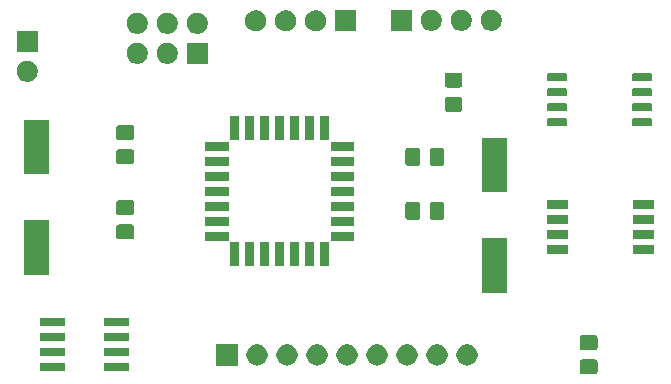
<source format=gts>
G04 #@! TF.GenerationSoftware,KiCad,Pcbnew,(5.1.5)-3*
G04 #@! TF.CreationDate,2020-12-01T08:46:11+03:00*
G04 #@! TF.ProjectId,project3_4layer,70726f6a-6563-4743-935f-346c61796572,1*
G04 #@! TF.SameCoordinates,Original*
G04 #@! TF.FileFunction,Soldermask,Top*
G04 #@! TF.FilePolarity,Negative*
%FSLAX46Y46*%
G04 Gerber Fmt 4.6, Leading zero omitted, Abs format (unit mm)*
G04 Created by KiCad (PCBNEW (5.1.5)-3) date 2020-12-01 08:46:11*
%MOMM*%
%LPD*%
G04 APERTURE LIST*
%ADD10C,0.100000*%
G04 APERTURE END LIST*
D10*
G36*
X145114674Y-152676465D02*
G01*
X145152367Y-152687899D01*
X145187103Y-152706466D01*
X145217548Y-152731452D01*
X145242534Y-152761897D01*
X145261101Y-152796633D01*
X145272535Y-152834326D01*
X145277000Y-152879661D01*
X145277000Y-153716339D01*
X145272535Y-153761674D01*
X145261101Y-153799367D01*
X145242534Y-153834103D01*
X145217548Y-153864548D01*
X145187103Y-153889534D01*
X145152367Y-153908101D01*
X145114674Y-153919535D01*
X145069339Y-153924000D01*
X143982661Y-153924000D01*
X143937326Y-153919535D01*
X143899633Y-153908101D01*
X143864897Y-153889534D01*
X143834452Y-153864548D01*
X143809466Y-153834103D01*
X143790899Y-153799367D01*
X143779465Y-153761674D01*
X143775000Y-153716339D01*
X143775000Y-152879661D01*
X143779465Y-152834326D01*
X143790899Y-152796633D01*
X143809466Y-152761897D01*
X143834452Y-152731452D01*
X143864897Y-152706466D01*
X143899633Y-152687899D01*
X143937326Y-152676465D01*
X143982661Y-152672000D01*
X145069339Y-152672000D01*
X145114674Y-152676465D01*
G37*
G36*
X105630000Y-153640000D02*
G01*
X103528000Y-153640000D01*
X103528000Y-152938000D01*
X105630000Y-152938000D01*
X105630000Y-153640000D01*
G37*
G36*
X100180000Y-153640000D02*
G01*
X98078000Y-153640000D01*
X98078000Y-152938000D01*
X100180000Y-152938000D01*
X100180000Y-153640000D01*
G37*
G36*
X126723512Y-151387927D02*
G01*
X126872812Y-151417624D01*
X127036784Y-151485544D01*
X127184354Y-151584147D01*
X127309853Y-151709646D01*
X127408456Y-151857216D01*
X127476376Y-152021188D01*
X127511000Y-152195259D01*
X127511000Y-152372741D01*
X127476376Y-152546812D01*
X127408456Y-152710784D01*
X127309853Y-152858354D01*
X127184354Y-152983853D01*
X127036784Y-153082456D01*
X126872812Y-153150376D01*
X126723512Y-153180073D01*
X126698742Y-153185000D01*
X126521258Y-153185000D01*
X126496488Y-153180073D01*
X126347188Y-153150376D01*
X126183216Y-153082456D01*
X126035646Y-152983853D01*
X125910147Y-152858354D01*
X125811544Y-152710784D01*
X125743624Y-152546812D01*
X125709000Y-152372741D01*
X125709000Y-152195259D01*
X125743624Y-152021188D01*
X125811544Y-151857216D01*
X125910147Y-151709646D01*
X126035646Y-151584147D01*
X126183216Y-151485544D01*
X126347188Y-151417624D01*
X126496488Y-151387927D01*
X126521258Y-151383000D01*
X126698742Y-151383000D01*
X126723512Y-151387927D01*
G37*
G36*
X114811000Y-153185000D02*
G01*
X113009000Y-153185000D01*
X113009000Y-151383000D01*
X114811000Y-151383000D01*
X114811000Y-153185000D01*
G37*
G36*
X116563512Y-151387927D02*
G01*
X116712812Y-151417624D01*
X116876784Y-151485544D01*
X117024354Y-151584147D01*
X117149853Y-151709646D01*
X117248456Y-151857216D01*
X117316376Y-152021188D01*
X117351000Y-152195259D01*
X117351000Y-152372741D01*
X117316376Y-152546812D01*
X117248456Y-152710784D01*
X117149853Y-152858354D01*
X117024354Y-152983853D01*
X116876784Y-153082456D01*
X116712812Y-153150376D01*
X116563512Y-153180073D01*
X116538742Y-153185000D01*
X116361258Y-153185000D01*
X116336488Y-153180073D01*
X116187188Y-153150376D01*
X116023216Y-153082456D01*
X115875646Y-152983853D01*
X115750147Y-152858354D01*
X115651544Y-152710784D01*
X115583624Y-152546812D01*
X115549000Y-152372741D01*
X115549000Y-152195259D01*
X115583624Y-152021188D01*
X115651544Y-151857216D01*
X115750147Y-151709646D01*
X115875646Y-151584147D01*
X116023216Y-151485544D01*
X116187188Y-151417624D01*
X116336488Y-151387927D01*
X116361258Y-151383000D01*
X116538742Y-151383000D01*
X116563512Y-151387927D01*
G37*
G36*
X119103512Y-151387927D02*
G01*
X119252812Y-151417624D01*
X119416784Y-151485544D01*
X119564354Y-151584147D01*
X119689853Y-151709646D01*
X119788456Y-151857216D01*
X119856376Y-152021188D01*
X119891000Y-152195259D01*
X119891000Y-152372741D01*
X119856376Y-152546812D01*
X119788456Y-152710784D01*
X119689853Y-152858354D01*
X119564354Y-152983853D01*
X119416784Y-153082456D01*
X119252812Y-153150376D01*
X119103512Y-153180073D01*
X119078742Y-153185000D01*
X118901258Y-153185000D01*
X118876488Y-153180073D01*
X118727188Y-153150376D01*
X118563216Y-153082456D01*
X118415646Y-152983853D01*
X118290147Y-152858354D01*
X118191544Y-152710784D01*
X118123624Y-152546812D01*
X118089000Y-152372741D01*
X118089000Y-152195259D01*
X118123624Y-152021188D01*
X118191544Y-151857216D01*
X118290147Y-151709646D01*
X118415646Y-151584147D01*
X118563216Y-151485544D01*
X118727188Y-151417624D01*
X118876488Y-151387927D01*
X118901258Y-151383000D01*
X119078742Y-151383000D01*
X119103512Y-151387927D01*
G37*
G36*
X121643512Y-151387927D02*
G01*
X121792812Y-151417624D01*
X121956784Y-151485544D01*
X122104354Y-151584147D01*
X122229853Y-151709646D01*
X122328456Y-151857216D01*
X122396376Y-152021188D01*
X122431000Y-152195259D01*
X122431000Y-152372741D01*
X122396376Y-152546812D01*
X122328456Y-152710784D01*
X122229853Y-152858354D01*
X122104354Y-152983853D01*
X121956784Y-153082456D01*
X121792812Y-153150376D01*
X121643512Y-153180073D01*
X121618742Y-153185000D01*
X121441258Y-153185000D01*
X121416488Y-153180073D01*
X121267188Y-153150376D01*
X121103216Y-153082456D01*
X120955646Y-152983853D01*
X120830147Y-152858354D01*
X120731544Y-152710784D01*
X120663624Y-152546812D01*
X120629000Y-152372741D01*
X120629000Y-152195259D01*
X120663624Y-152021188D01*
X120731544Y-151857216D01*
X120830147Y-151709646D01*
X120955646Y-151584147D01*
X121103216Y-151485544D01*
X121267188Y-151417624D01*
X121416488Y-151387927D01*
X121441258Y-151383000D01*
X121618742Y-151383000D01*
X121643512Y-151387927D01*
G37*
G36*
X129263512Y-151387927D02*
G01*
X129412812Y-151417624D01*
X129576784Y-151485544D01*
X129724354Y-151584147D01*
X129849853Y-151709646D01*
X129948456Y-151857216D01*
X130016376Y-152021188D01*
X130051000Y-152195259D01*
X130051000Y-152372741D01*
X130016376Y-152546812D01*
X129948456Y-152710784D01*
X129849853Y-152858354D01*
X129724354Y-152983853D01*
X129576784Y-153082456D01*
X129412812Y-153150376D01*
X129263512Y-153180073D01*
X129238742Y-153185000D01*
X129061258Y-153185000D01*
X129036488Y-153180073D01*
X128887188Y-153150376D01*
X128723216Y-153082456D01*
X128575646Y-152983853D01*
X128450147Y-152858354D01*
X128351544Y-152710784D01*
X128283624Y-152546812D01*
X128249000Y-152372741D01*
X128249000Y-152195259D01*
X128283624Y-152021188D01*
X128351544Y-151857216D01*
X128450147Y-151709646D01*
X128575646Y-151584147D01*
X128723216Y-151485544D01*
X128887188Y-151417624D01*
X129036488Y-151387927D01*
X129061258Y-151383000D01*
X129238742Y-151383000D01*
X129263512Y-151387927D01*
G37*
G36*
X131803512Y-151387927D02*
G01*
X131952812Y-151417624D01*
X132116784Y-151485544D01*
X132264354Y-151584147D01*
X132389853Y-151709646D01*
X132488456Y-151857216D01*
X132556376Y-152021188D01*
X132591000Y-152195259D01*
X132591000Y-152372741D01*
X132556376Y-152546812D01*
X132488456Y-152710784D01*
X132389853Y-152858354D01*
X132264354Y-152983853D01*
X132116784Y-153082456D01*
X131952812Y-153150376D01*
X131803512Y-153180073D01*
X131778742Y-153185000D01*
X131601258Y-153185000D01*
X131576488Y-153180073D01*
X131427188Y-153150376D01*
X131263216Y-153082456D01*
X131115646Y-152983853D01*
X130990147Y-152858354D01*
X130891544Y-152710784D01*
X130823624Y-152546812D01*
X130789000Y-152372741D01*
X130789000Y-152195259D01*
X130823624Y-152021188D01*
X130891544Y-151857216D01*
X130990147Y-151709646D01*
X131115646Y-151584147D01*
X131263216Y-151485544D01*
X131427188Y-151417624D01*
X131576488Y-151387927D01*
X131601258Y-151383000D01*
X131778742Y-151383000D01*
X131803512Y-151387927D01*
G37*
G36*
X134343512Y-151387927D02*
G01*
X134492812Y-151417624D01*
X134656784Y-151485544D01*
X134804354Y-151584147D01*
X134929853Y-151709646D01*
X135028456Y-151857216D01*
X135096376Y-152021188D01*
X135131000Y-152195259D01*
X135131000Y-152372741D01*
X135096376Y-152546812D01*
X135028456Y-152710784D01*
X134929853Y-152858354D01*
X134804354Y-152983853D01*
X134656784Y-153082456D01*
X134492812Y-153150376D01*
X134343512Y-153180073D01*
X134318742Y-153185000D01*
X134141258Y-153185000D01*
X134116488Y-153180073D01*
X133967188Y-153150376D01*
X133803216Y-153082456D01*
X133655646Y-152983853D01*
X133530147Y-152858354D01*
X133431544Y-152710784D01*
X133363624Y-152546812D01*
X133329000Y-152372741D01*
X133329000Y-152195259D01*
X133363624Y-152021188D01*
X133431544Y-151857216D01*
X133530147Y-151709646D01*
X133655646Y-151584147D01*
X133803216Y-151485544D01*
X133967188Y-151417624D01*
X134116488Y-151387927D01*
X134141258Y-151383000D01*
X134318742Y-151383000D01*
X134343512Y-151387927D01*
G37*
G36*
X124183512Y-151387927D02*
G01*
X124332812Y-151417624D01*
X124496784Y-151485544D01*
X124644354Y-151584147D01*
X124769853Y-151709646D01*
X124868456Y-151857216D01*
X124936376Y-152021188D01*
X124971000Y-152195259D01*
X124971000Y-152372741D01*
X124936376Y-152546812D01*
X124868456Y-152710784D01*
X124769853Y-152858354D01*
X124644354Y-152983853D01*
X124496784Y-153082456D01*
X124332812Y-153150376D01*
X124183512Y-153180073D01*
X124158742Y-153185000D01*
X123981258Y-153185000D01*
X123956488Y-153180073D01*
X123807188Y-153150376D01*
X123643216Y-153082456D01*
X123495646Y-152983853D01*
X123370147Y-152858354D01*
X123271544Y-152710784D01*
X123203624Y-152546812D01*
X123169000Y-152372741D01*
X123169000Y-152195259D01*
X123203624Y-152021188D01*
X123271544Y-151857216D01*
X123370147Y-151709646D01*
X123495646Y-151584147D01*
X123643216Y-151485544D01*
X123807188Y-151417624D01*
X123956488Y-151387927D01*
X123981258Y-151383000D01*
X124158742Y-151383000D01*
X124183512Y-151387927D01*
G37*
G36*
X100180000Y-152370000D02*
G01*
X98078000Y-152370000D01*
X98078000Y-151668000D01*
X100180000Y-151668000D01*
X100180000Y-152370000D01*
G37*
G36*
X105630000Y-152370000D02*
G01*
X103528000Y-152370000D01*
X103528000Y-151668000D01*
X105630000Y-151668000D01*
X105630000Y-152370000D01*
G37*
G36*
X145114674Y-150626465D02*
G01*
X145152367Y-150637899D01*
X145187103Y-150656466D01*
X145217548Y-150681452D01*
X145242534Y-150711897D01*
X145261101Y-150746633D01*
X145272535Y-150784326D01*
X145277000Y-150829661D01*
X145277000Y-151666339D01*
X145272535Y-151711674D01*
X145261101Y-151749367D01*
X145242534Y-151784103D01*
X145217548Y-151814548D01*
X145187103Y-151839534D01*
X145152367Y-151858101D01*
X145114674Y-151869535D01*
X145069339Y-151874000D01*
X143982661Y-151874000D01*
X143937326Y-151869535D01*
X143899633Y-151858101D01*
X143864897Y-151839534D01*
X143834452Y-151814548D01*
X143809466Y-151784103D01*
X143790899Y-151749367D01*
X143779465Y-151711674D01*
X143775000Y-151666339D01*
X143775000Y-150829661D01*
X143779465Y-150784326D01*
X143790899Y-150746633D01*
X143809466Y-150711897D01*
X143834452Y-150681452D01*
X143864897Y-150656466D01*
X143899633Y-150637899D01*
X143937326Y-150626465D01*
X143982661Y-150622000D01*
X145069339Y-150622000D01*
X145114674Y-150626465D01*
G37*
G36*
X100180000Y-151100000D02*
G01*
X98078000Y-151100000D01*
X98078000Y-150398000D01*
X100180000Y-150398000D01*
X100180000Y-151100000D01*
G37*
G36*
X105630000Y-151100000D02*
G01*
X103528000Y-151100000D01*
X103528000Y-150398000D01*
X105630000Y-150398000D01*
X105630000Y-151100000D01*
G37*
G36*
X100180000Y-149830000D02*
G01*
X98078000Y-149830000D01*
X98078000Y-149128000D01*
X100180000Y-149128000D01*
X100180000Y-149830000D01*
G37*
G36*
X105630000Y-149830000D02*
G01*
X103528000Y-149830000D01*
X103528000Y-149128000D01*
X105630000Y-149128000D01*
X105630000Y-149830000D01*
G37*
G36*
X137576000Y-147013000D02*
G01*
X135474000Y-147013000D01*
X135474000Y-142411000D01*
X137576000Y-142411000D01*
X137576000Y-147013000D01*
G37*
G36*
X98841000Y-145489000D02*
G01*
X96739000Y-145489000D01*
X96739000Y-140887000D01*
X98841000Y-140887000D01*
X98841000Y-145489000D01*
G37*
G36*
X114155613Y-142736598D02*
G01*
X114179999Y-142739000D01*
X114955000Y-142739000D01*
X114955000Y-144766000D01*
X114153000Y-144766000D01*
X114153000Y-142765999D01*
X114150598Y-142741613D01*
X114148414Y-142734414D01*
X114155613Y-142736598D01*
G37*
G36*
X116225000Y-144766000D02*
G01*
X115423000Y-144766000D01*
X115423000Y-142739000D01*
X116225000Y-142739000D01*
X116225000Y-144766000D01*
G37*
G36*
X117495000Y-144766000D02*
G01*
X116693000Y-144766000D01*
X116693000Y-142739000D01*
X117495000Y-142739000D01*
X117495000Y-144766000D01*
G37*
G36*
X118765000Y-144766000D02*
G01*
X117963000Y-144766000D01*
X117963000Y-142739000D01*
X118765000Y-142739000D01*
X118765000Y-144766000D01*
G37*
G36*
X122577402Y-142741613D02*
G01*
X122575000Y-142765999D01*
X122575000Y-144766000D01*
X121773000Y-144766000D01*
X121773000Y-142739000D01*
X122548001Y-142739000D01*
X122572387Y-142736598D01*
X122579586Y-142734414D01*
X122577402Y-142741613D01*
G37*
G36*
X121305000Y-144766000D02*
G01*
X120503000Y-144766000D01*
X120503000Y-142739000D01*
X121305000Y-142739000D01*
X121305000Y-144766000D01*
G37*
G36*
X120035000Y-144766000D02*
G01*
X119233000Y-144766000D01*
X119233000Y-142739000D01*
X120035000Y-142739000D01*
X120035000Y-144766000D01*
G37*
G36*
X142793000Y-143759000D02*
G01*
X140991000Y-143759000D01*
X140991000Y-143007000D01*
X142793000Y-143007000D01*
X142793000Y-143759000D01*
G37*
G36*
X150093000Y-143759000D02*
G01*
X148291000Y-143759000D01*
X148291000Y-143007000D01*
X150093000Y-143007000D01*
X150093000Y-143759000D01*
G37*
G36*
X114055000Y-142614001D02*
G01*
X114057402Y-142638387D01*
X114059586Y-142645586D01*
X114052387Y-142643402D01*
X114028001Y-142641000D01*
X112028000Y-142641000D01*
X112028000Y-141839000D01*
X114055000Y-141839000D01*
X114055000Y-142614001D01*
G37*
G36*
X124700000Y-142641000D02*
G01*
X122699999Y-142641000D01*
X122675613Y-142643402D01*
X122668414Y-142645586D01*
X122670598Y-142638387D01*
X122673000Y-142614001D01*
X122673000Y-141839000D01*
X124700000Y-141839000D01*
X124700000Y-142641000D01*
G37*
G36*
X105871674Y-141246465D02*
G01*
X105909367Y-141257899D01*
X105944103Y-141276466D01*
X105974548Y-141301452D01*
X105999534Y-141331897D01*
X106018101Y-141366633D01*
X106029535Y-141404326D01*
X106034000Y-141449661D01*
X106034000Y-142286339D01*
X106029535Y-142331674D01*
X106018101Y-142369367D01*
X105999534Y-142404103D01*
X105974548Y-142434548D01*
X105944103Y-142459534D01*
X105909367Y-142478101D01*
X105871674Y-142489535D01*
X105826339Y-142494000D01*
X104739661Y-142494000D01*
X104694326Y-142489535D01*
X104656633Y-142478101D01*
X104621897Y-142459534D01*
X104591452Y-142434548D01*
X104566466Y-142404103D01*
X104547899Y-142369367D01*
X104536465Y-142331674D01*
X104532000Y-142286339D01*
X104532000Y-141449661D01*
X104536465Y-141404326D01*
X104547899Y-141366633D01*
X104566466Y-141331897D01*
X104591452Y-141301452D01*
X104621897Y-141276466D01*
X104656633Y-141257899D01*
X104694326Y-141246465D01*
X104739661Y-141242000D01*
X105826339Y-141242000D01*
X105871674Y-141246465D01*
G37*
G36*
X142793000Y-142489000D02*
G01*
X140991000Y-142489000D01*
X140991000Y-141737000D01*
X142793000Y-141737000D01*
X142793000Y-142489000D01*
G37*
G36*
X150093000Y-142489000D02*
G01*
X148291000Y-142489000D01*
X148291000Y-141737000D01*
X150093000Y-141737000D01*
X150093000Y-142489000D01*
G37*
G36*
X124700000Y-141371000D02*
G01*
X122673000Y-141371000D01*
X122673000Y-140569000D01*
X124700000Y-140569000D01*
X124700000Y-141371000D01*
G37*
G36*
X114055000Y-141371000D02*
G01*
X112028000Y-141371000D01*
X112028000Y-140569000D01*
X114055000Y-140569000D01*
X114055000Y-141371000D01*
G37*
G36*
X142793000Y-141219000D02*
G01*
X140991000Y-141219000D01*
X140991000Y-140467000D01*
X142793000Y-140467000D01*
X142793000Y-141219000D01*
G37*
G36*
X150093000Y-141219000D02*
G01*
X148291000Y-141219000D01*
X148291000Y-140467000D01*
X150093000Y-140467000D01*
X150093000Y-141219000D01*
G37*
G36*
X132149674Y-139334465D02*
G01*
X132187367Y-139345899D01*
X132222103Y-139364466D01*
X132252548Y-139389452D01*
X132277534Y-139419897D01*
X132296101Y-139454633D01*
X132307535Y-139492326D01*
X132312000Y-139537661D01*
X132312000Y-140624339D01*
X132307535Y-140669674D01*
X132296101Y-140707367D01*
X132277534Y-140742103D01*
X132252548Y-140772548D01*
X132222103Y-140797534D01*
X132187367Y-140816101D01*
X132149674Y-140827535D01*
X132104339Y-140832000D01*
X131267661Y-140832000D01*
X131222326Y-140827535D01*
X131184633Y-140816101D01*
X131149897Y-140797534D01*
X131119452Y-140772548D01*
X131094466Y-140742103D01*
X131075899Y-140707367D01*
X131064465Y-140669674D01*
X131060000Y-140624339D01*
X131060000Y-139537661D01*
X131064465Y-139492326D01*
X131075899Y-139454633D01*
X131094466Y-139419897D01*
X131119452Y-139389452D01*
X131149897Y-139364466D01*
X131184633Y-139345899D01*
X131222326Y-139334465D01*
X131267661Y-139330000D01*
X132104339Y-139330000D01*
X132149674Y-139334465D01*
G37*
G36*
X130099674Y-139334465D02*
G01*
X130137367Y-139345899D01*
X130172103Y-139364466D01*
X130202548Y-139389452D01*
X130227534Y-139419897D01*
X130246101Y-139454633D01*
X130257535Y-139492326D01*
X130262000Y-139537661D01*
X130262000Y-140624339D01*
X130257535Y-140669674D01*
X130246101Y-140707367D01*
X130227534Y-140742103D01*
X130202548Y-140772548D01*
X130172103Y-140797534D01*
X130137367Y-140816101D01*
X130099674Y-140827535D01*
X130054339Y-140832000D01*
X129217661Y-140832000D01*
X129172326Y-140827535D01*
X129134633Y-140816101D01*
X129099897Y-140797534D01*
X129069452Y-140772548D01*
X129044466Y-140742103D01*
X129025899Y-140707367D01*
X129014465Y-140669674D01*
X129010000Y-140624339D01*
X129010000Y-139537661D01*
X129014465Y-139492326D01*
X129025899Y-139454633D01*
X129044466Y-139419897D01*
X129069452Y-139389452D01*
X129099897Y-139364466D01*
X129134633Y-139345899D01*
X129172326Y-139334465D01*
X129217661Y-139330000D01*
X130054339Y-139330000D01*
X130099674Y-139334465D01*
G37*
G36*
X105871674Y-139196465D02*
G01*
X105909367Y-139207899D01*
X105944103Y-139226466D01*
X105974548Y-139251452D01*
X105999534Y-139281897D01*
X106018101Y-139316633D01*
X106029535Y-139354326D01*
X106034000Y-139399661D01*
X106034000Y-140236339D01*
X106029535Y-140281674D01*
X106018101Y-140319367D01*
X105999534Y-140354103D01*
X105974548Y-140384548D01*
X105944103Y-140409534D01*
X105909367Y-140428101D01*
X105871674Y-140439535D01*
X105826339Y-140444000D01*
X104739661Y-140444000D01*
X104694326Y-140439535D01*
X104656633Y-140428101D01*
X104621897Y-140409534D01*
X104591452Y-140384548D01*
X104566466Y-140354103D01*
X104547899Y-140319367D01*
X104536465Y-140281674D01*
X104532000Y-140236339D01*
X104532000Y-139399661D01*
X104536465Y-139354326D01*
X104547899Y-139316633D01*
X104566466Y-139281897D01*
X104591452Y-139251452D01*
X104621897Y-139226466D01*
X104656633Y-139207899D01*
X104694326Y-139196465D01*
X104739661Y-139192000D01*
X105826339Y-139192000D01*
X105871674Y-139196465D01*
G37*
G36*
X124700000Y-140101000D02*
G01*
X122673000Y-140101000D01*
X122673000Y-139299000D01*
X124700000Y-139299000D01*
X124700000Y-140101000D01*
G37*
G36*
X114055000Y-140101000D02*
G01*
X112028000Y-140101000D01*
X112028000Y-139299000D01*
X114055000Y-139299000D01*
X114055000Y-140101000D01*
G37*
G36*
X142793000Y-139949000D02*
G01*
X140991000Y-139949000D01*
X140991000Y-139197000D01*
X142793000Y-139197000D01*
X142793000Y-139949000D01*
G37*
G36*
X150093000Y-139949000D02*
G01*
X148291000Y-139949000D01*
X148291000Y-139197000D01*
X150093000Y-139197000D01*
X150093000Y-139949000D01*
G37*
G36*
X114055000Y-138831000D02*
G01*
X112028000Y-138831000D01*
X112028000Y-138029000D01*
X114055000Y-138029000D01*
X114055000Y-138831000D01*
G37*
G36*
X124700000Y-138831000D02*
G01*
X122673000Y-138831000D01*
X122673000Y-138029000D01*
X124700000Y-138029000D01*
X124700000Y-138831000D01*
G37*
G36*
X137576000Y-138513000D02*
G01*
X135474000Y-138513000D01*
X135474000Y-133911000D01*
X137576000Y-133911000D01*
X137576000Y-138513000D01*
G37*
G36*
X114055000Y-137561000D02*
G01*
X112028000Y-137561000D01*
X112028000Y-136759000D01*
X114055000Y-136759000D01*
X114055000Y-137561000D01*
G37*
G36*
X124700000Y-137561000D02*
G01*
X122673000Y-137561000D01*
X122673000Y-136759000D01*
X124700000Y-136759000D01*
X124700000Y-137561000D01*
G37*
G36*
X98841000Y-136989000D02*
G01*
X96739000Y-136989000D01*
X96739000Y-132387000D01*
X98841000Y-132387000D01*
X98841000Y-136989000D01*
G37*
G36*
X124700000Y-136291000D02*
G01*
X122673000Y-136291000D01*
X122673000Y-135489000D01*
X124700000Y-135489000D01*
X124700000Y-136291000D01*
G37*
G36*
X114055000Y-136291000D02*
G01*
X112028000Y-136291000D01*
X112028000Y-135489000D01*
X114055000Y-135489000D01*
X114055000Y-136291000D01*
G37*
G36*
X132149674Y-134762465D02*
G01*
X132187367Y-134773899D01*
X132222103Y-134792466D01*
X132252548Y-134817452D01*
X132277534Y-134847897D01*
X132296101Y-134882633D01*
X132307535Y-134920326D01*
X132312000Y-134965661D01*
X132312000Y-136052339D01*
X132307535Y-136097674D01*
X132296101Y-136135367D01*
X132277534Y-136170103D01*
X132252548Y-136200548D01*
X132222103Y-136225534D01*
X132187367Y-136244101D01*
X132149674Y-136255535D01*
X132104339Y-136260000D01*
X131267661Y-136260000D01*
X131222326Y-136255535D01*
X131184633Y-136244101D01*
X131149897Y-136225534D01*
X131119452Y-136200548D01*
X131094466Y-136170103D01*
X131075899Y-136135367D01*
X131064465Y-136097674D01*
X131060000Y-136052339D01*
X131060000Y-134965661D01*
X131064465Y-134920326D01*
X131075899Y-134882633D01*
X131094466Y-134847897D01*
X131119452Y-134817452D01*
X131149897Y-134792466D01*
X131184633Y-134773899D01*
X131222326Y-134762465D01*
X131267661Y-134758000D01*
X132104339Y-134758000D01*
X132149674Y-134762465D01*
G37*
G36*
X130099674Y-134762465D02*
G01*
X130137367Y-134773899D01*
X130172103Y-134792466D01*
X130202548Y-134817452D01*
X130227534Y-134847897D01*
X130246101Y-134882633D01*
X130257535Y-134920326D01*
X130262000Y-134965661D01*
X130262000Y-136052339D01*
X130257535Y-136097674D01*
X130246101Y-136135367D01*
X130227534Y-136170103D01*
X130202548Y-136200548D01*
X130172103Y-136225534D01*
X130137367Y-136244101D01*
X130099674Y-136255535D01*
X130054339Y-136260000D01*
X129217661Y-136260000D01*
X129172326Y-136255535D01*
X129134633Y-136244101D01*
X129099897Y-136225534D01*
X129069452Y-136200548D01*
X129044466Y-136170103D01*
X129025899Y-136135367D01*
X129014465Y-136097674D01*
X129010000Y-136052339D01*
X129010000Y-134965661D01*
X129014465Y-134920326D01*
X129025899Y-134882633D01*
X129044466Y-134847897D01*
X129069452Y-134817452D01*
X129099897Y-134792466D01*
X129134633Y-134773899D01*
X129172326Y-134762465D01*
X129217661Y-134758000D01*
X130054339Y-134758000D01*
X130099674Y-134762465D01*
G37*
G36*
X105871674Y-134887465D02*
G01*
X105909367Y-134898899D01*
X105944103Y-134917466D01*
X105974548Y-134942452D01*
X105999534Y-134972897D01*
X106018101Y-135007633D01*
X106029535Y-135045326D01*
X106034000Y-135090661D01*
X106034000Y-135927339D01*
X106029535Y-135972674D01*
X106018101Y-136010367D01*
X105999534Y-136045103D01*
X105974548Y-136075548D01*
X105944103Y-136100534D01*
X105909367Y-136119101D01*
X105871674Y-136130535D01*
X105826339Y-136135000D01*
X104739661Y-136135000D01*
X104694326Y-136130535D01*
X104656633Y-136119101D01*
X104621897Y-136100534D01*
X104591452Y-136075548D01*
X104566466Y-136045103D01*
X104547899Y-136010367D01*
X104536465Y-135972674D01*
X104532000Y-135927339D01*
X104532000Y-135090661D01*
X104536465Y-135045326D01*
X104547899Y-135007633D01*
X104566466Y-134972897D01*
X104591452Y-134942452D01*
X104621897Y-134917466D01*
X104656633Y-134898899D01*
X104694326Y-134887465D01*
X104739661Y-134883000D01*
X105826339Y-134883000D01*
X105871674Y-134887465D01*
G37*
G36*
X122675613Y-134216598D02*
G01*
X122699999Y-134219000D01*
X124700000Y-134219000D01*
X124700000Y-135021000D01*
X122673000Y-135021000D01*
X122673000Y-134245999D01*
X122670598Y-134221613D01*
X122668414Y-134214414D01*
X122675613Y-134216598D01*
G37*
G36*
X114057402Y-134221613D02*
G01*
X114055000Y-134245999D01*
X114055000Y-135021000D01*
X112028000Y-135021000D01*
X112028000Y-134219000D01*
X114028001Y-134219000D01*
X114052387Y-134216598D01*
X114059586Y-134214414D01*
X114057402Y-134221613D01*
G37*
G36*
X122575000Y-134094001D02*
G01*
X122577402Y-134118387D01*
X122579586Y-134125586D01*
X122572387Y-134123402D01*
X122548001Y-134121000D01*
X121773000Y-134121000D01*
X121773000Y-132094000D01*
X122575000Y-132094000D01*
X122575000Y-134094001D01*
G37*
G36*
X114955000Y-134121000D02*
G01*
X114179999Y-134121000D01*
X114155613Y-134123402D01*
X114148414Y-134125586D01*
X114150598Y-134118387D01*
X114153000Y-134094001D01*
X114153000Y-132094000D01*
X114955000Y-132094000D01*
X114955000Y-134121000D01*
G37*
G36*
X121305000Y-134121000D02*
G01*
X120503000Y-134121000D01*
X120503000Y-132094000D01*
X121305000Y-132094000D01*
X121305000Y-134121000D01*
G37*
G36*
X120035000Y-134121000D02*
G01*
X119233000Y-134121000D01*
X119233000Y-132094000D01*
X120035000Y-132094000D01*
X120035000Y-134121000D01*
G37*
G36*
X118765000Y-134121000D02*
G01*
X117963000Y-134121000D01*
X117963000Y-132094000D01*
X118765000Y-132094000D01*
X118765000Y-134121000D01*
G37*
G36*
X117495000Y-134121000D02*
G01*
X116693000Y-134121000D01*
X116693000Y-132094000D01*
X117495000Y-132094000D01*
X117495000Y-134121000D01*
G37*
G36*
X116225000Y-134121000D02*
G01*
X115423000Y-134121000D01*
X115423000Y-132094000D01*
X116225000Y-132094000D01*
X116225000Y-134121000D01*
G37*
G36*
X105871674Y-132837465D02*
G01*
X105909367Y-132848899D01*
X105944103Y-132867466D01*
X105974548Y-132892452D01*
X105999534Y-132922897D01*
X106018101Y-132957633D01*
X106029535Y-132995326D01*
X106034000Y-133040661D01*
X106034000Y-133877339D01*
X106029535Y-133922674D01*
X106018101Y-133960367D01*
X105999534Y-133995103D01*
X105974548Y-134025548D01*
X105944103Y-134050534D01*
X105909367Y-134069101D01*
X105871674Y-134080535D01*
X105826339Y-134085000D01*
X104739661Y-134085000D01*
X104694326Y-134080535D01*
X104656633Y-134069101D01*
X104621897Y-134050534D01*
X104591452Y-134025548D01*
X104566466Y-133995103D01*
X104547899Y-133960367D01*
X104536465Y-133922674D01*
X104532000Y-133877339D01*
X104532000Y-133040661D01*
X104536465Y-132995326D01*
X104547899Y-132957633D01*
X104566466Y-132922897D01*
X104591452Y-132892452D01*
X104621897Y-132867466D01*
X104656633Y-132848899D01*
X104694326Y-132837465D01*
X104739661Y-132833000D01*
X105826339Y-132833000D01*
X105871674Y-132837465D01*
G37*
G36*
X149801928Y-132239764D02*
G01*
X149823009Y-132246160D01*
X149842445Y-132256548D01*
X149859476Y-132270524D01*
X149873452Y-132287555D01*
X149883840Y-132306991D01*
X149890236Y-132328072D01*
X149893000Y-132356140D01*
X149893000Y-132819860D01*
X149890236Y-132847928D01*
X149883840Y-132869009D01*
X149873452Y-132888445D01*
X149859476Y-132905476D01*
X149842445Y-132919452D01*
X149823009Y-132929840D01*
X149801928Y-132936236D01*
X149773860Y-132939000D01*
X148310140Y-132939000D01*
X148282072Y-132936236D01*
X148260991Y-132929840D01*
X148241555Y-132919452D01*
X148224524Y-132905476D01*
X148210548Y-132888445D01*
X148200160Y-132869009D01*
X148193764Y-132847928D01*
X148191000Y-132819860D01*
X148191000Y-132356140D01*
X148193764Y-132328072D01*
X148200160Y-132306991D01*
X148210548Y-132287555D01*
X148224524Y-132270524D01*
X148241555Y-132256548D01*
X148260991Y-132246160D01*
X148282072Y-132239764D01*
X148310140Y-132237000D01*
X149773860Y-132237000D01*
X149801928Y-132239764D01*
G37*
G36*
X142601928Y-132239764D02*
G01*
X142623009Y-132246160D01*
X142642445Y-132256548D01*
X142659476Y-132270524D01*
X142673452Y-132287555D01*
X142683840Y-132306991D01*
X142690236Y-132328072D01*
X142693000Y-132356140D01*
X142693000Y-132819860D01*
X142690236Y-132847928D01*
X142683840Y-132869009D01*
X142673452Y-132888445D01*
X142659476Y-132905476D01*
X142642445Y-132919452D01*
X142623009Y-132929840D01*
X142601928Y-132936236D01*
X142573860Y-132939000D01*
X141110140Y-132939000D01*
X141082072Y-132936236D01*
X141060991Y-132929840D01*
X141041555Y-132919452D01*
X141024524Y-132905476D01*
X141010548Y-132888445D01*
X141000160Y-132869009D01*
X140993764Y-132847928D01*
X140991000Y-132819860D01*
X140991000Y-132356140D01*
X140993764Y-132328072D01*
X141000160Y-132306991D01*
X141010548Y-132287555D01*
X141024524Y-132270524D01*
X141041555Y-132256548D01*
X141060991Y-132246160D01*
X141082072Y-132239764D01*
X141110140Y-132237000D01*
X142573860Y-132237000D01*
X142601928Y-132239764D01*
G37*
G36*
X133673674Y-130451465D02*
G01*
X133711367Y-130462899D01*
X133746103Y-130481466D01*
X133776548Y-130506452D01*
X133801534Y-130536897D01*
X133820101Y-130571633D01*
X133831535Y-130609326D01*
X133836000Y-130654661D01*
X133836000Y-131491339D01*
X133831535Y-131536674D01*
X133820101Y-131574367D01*
X133801534Y-131609103D01*
X133776548Y-131639548D01*
X133746103Y-131664534D01*
X133711367Y-131683101D01*
X133673674Y-131694535D01*
X133628339Y-131699000D01*
X132541661Y-131699000D01*
X132496326Y-131694535D01*
X132458633Y-131683101D01*
X132423897Y-131664534D01*
X132393452Y-131639548D01*
X132368466Y-131609103D01*
X132349899Y-131574367D01*
X132338465Y-131536674D01*
X132334000Y-131491339D01*
X132334000Y-130654661D01*
X132338465Y-130609326D01*
X132349899Y-130571633D01*
X132368466Y-130536897D01*
X132393452Y-130506452D01*
X132423897Y-130481466D01*
X132458633Y-130462899D01*
X132496326Y-130451465D01*
X132541661Y-130447000D01*
X133628339Y-130447000D01*
X133673674Y-130451465D01*
G37*
G36*
X149801928Y-130969764D02*
G01*
X149823009Y-130976160D01*
X149842445Y-130986548D01*
X149859476Y-131000524D01*
X149873452Y-131017555D01*
X149883840Y-131036991D01*
X149890236Y-131058072D01*
X149893000Y-131086140D01*
X149893000Y-131549860D01*
X149890236Y-131577928D01*
X149883840Y-131599009D01*
X149873452Y-131618445D01*
X149859476Y-131635476D01*
X149842445Y-131649452D01*
X149823009Y-131659840D01*
X149801928Y-131666236D01*
X149773860Y-131669000D01*
X148310140Y-131669000D01*
X148282072Y-131666236D01*
X148260991Y-131659840D01*
X148241555Y-131649452D01*
X148224524Y-131635476D01*
X148210548Y-131618445D01*
X148200160Y-131599009D01*
X148193764Y-131577928D01*
X148191000Y-131549860D01*
X148191000Y-131086140D01*
X148193764Y-131058072D01*
X148200160Y-131036991D01*
X148210548Y-131017555D01*
X148224524Y-131000524D01*
X148241555Y-130986548D01*
X148260991Y-130976160D01*
X148282072Y-130969764D01*
X148310140Y-130967000D01*
X149773860Y-130967000D01*
X149801928Y-130969764D01*
G37*
G36*
X142601928Y-130969764D02*
G01*
X142623009Y-130976160D01*
X142642445Y-130986548D01*
X142659476Y-131000524D01*
X142673452Y-131017555D01*
X142683840Y-131036991D01*
X142690236Y-131058072D01*
X142693000Y-131086140D01*
X142693000Y-131549860D01*
X142690236Y-131577928D01*
X142683840Y-131599009D01*
X142673452Y-131618445D01*
X142659476Y-131635476D01*
X142642445Y-131649452D01*
X142623009Y-131659840D01*
X142601928Y-131666236D01*
X142573860Y-131669000D01*
X141110140Y-131669000D01*
X141082072Y-131666236D01*
X141060991Y-131659840D01*
X141041555Y-131649452D01*
X141024524Y-131635476D01*
X141010548Y-131618445D01*
X141000160Y-131599009D01*
X140993764Y-131577928D01*
X140991000Y-131549860D01*
X140991000Y-131086140D01*
X140993764Y-131058072D01*
X141000160Y-131036991D01*
X141010548Y-131017555D01*
X141024524Y-131000524D01*
X141041555Y-130986548D01*
X141060991Y-130976160D01*
X141082072Y-130969764D01*
X141110140Y-130967000D01*
X142573860Y-130967000D01*
X142601928Y-130969764D01*
G37*
G36*
X149801928Y-129699764D02*
G01*
X149823009Y-129706160D01*
X149842445Y-129716548D01*
X149859476Y-129730524D01*
X149873452Y-129747555D01*
X149883840Y-129766991D01*
X149890236Y-129788072D01*
X149893000Y-129816140D01*
X149893000Y-130279860D01*
X149890236Y-130307928D01*
X149883840Y-130329009D01*
X149873452Y-130348445D01*
X149859476Y-130365476D01*
X149842445Y-130379452D01*
X149823009Y-130389840D01*
X149801928Y-130396236D01*
X149773860Y-130399000D01*
X148310140Y-130399000D01*
X148282072Y-130396236D01*
X148260991Y-130389840D01*
X148241555Y-130379452D01*
X148224524Y-130365476D01*
X148210548Y-130348445D01*
X148200160Y-130329009D01*
X148193764Y-130307928D01*
X148191000Y-130279860D01*
X148191000Y-129816140D01*
X148193764Y-129788072D01*
X148200160Y-129766991D01*
X148210548Y-129747555D01*
X148224524Y-129730524D01*
X148241555Y-129716548D01*
X148260991Y-129706160D01*
X148282072Y-129699764D01*
X148310140Y-129697000D01*
X149773860Y-129697000D01*
X149801928Y-129699764D01*
G37*
G36*
X142601928Y-129699764D02*
G01*
X142623009Y-129706160D01*
X142642445Y-129716548D01*
X142659476Y-129730524D01*
X142673452Y-129747555D01*
X142683840Y-129766991D01*
X142690236Y-129788072D01*
X142693000Y-129816140D01*
X142693000Y-130279860D01*
X142690236Y-130307928D01*
X142683840Y-130329009D01*
X142673452Y-130348445D01*
X142659476Y-130365476D01*
X142642445Y-130379452D01*
X142623009Y-130389840D01*
X142601928Y-130396236D01*
X142573860Y-130399000D01*
X141110140Y-130399000D01*
X141082072Y-130396236D01*
X141060991Y-130389840D01*
X141041555Y-130379452D01*
X141024524Y-130365476D01*
X141010548Y-130348445D01*
X141000160Y-130329009D01*
X140993764Y-130307928D01*
X140991000Y-130279860D01*
X140991000Y-129816140D01*
X140993764Y-129788072D01*
X141000160Y-129766991D01*
X141010548Y-129747555D01*
X141024524Y-129730524D01*
X141041555Y-129716548D01*
X141060991Y-129706160D01*
X141082072Y-129699764D01*
X141110140Y-129697000D01*
X142573860Y-129697000D01*
X142601928Y-129699764D01*
G37*
G36*
X133673674Y-128401465D02*
G01*
X133711367Y-128412899D01*
X133746103Y-128431466D01*
X133776548Y-128456452D01*
X133801534Y-128486897D01*
X133820101Y-128521633D01*
X133831535Y-128559326D01*
X133836000Y-128604661D01*
X133836000Y-129441339D01*
X133831535Y-129486674D01*
X133820101Y-129524367D01*
X133801534Y-129559103D01*
X133776548Y-129589548D01*
X133746103Y-129614534D01*
X133711367Y-129633101D01*
X133673674Y-129644535D01*
X133628339Y-129649000D01*
X132541661Y-129649000D01*
X132496326Y-129644535D01*
X132458633Y-129633101D01*
X132423897Y-129614534D01*
X132393452Y-129589548D01*
X132368466Y-129559103D01*
X132349899Y-129524367D01*
X132338465Y-129486674D01*
X132334000Y-129441339D01*
X132334000Y-128604661D01*
X132338465Y-128559326D01*
X132349899Y-128521633D01*
X132368466Y-128486897D01*
X132393452Y-128456452D01*
X132423897Y-128431466D01*
X132458633Y-128412899D01*
X132496326Y-128401465D01*
X132541661Y-128397000D01*
X133628339Y-128397000D01*
X133673674Y-128401465D01*
G37*
G36*
X97103512Y-127373927D02*
G01*
X97252812Y-127403624D01*
X97416784Y-127471544D01*
X97564354Y-127570147D01*
X97689853Y-127695646D01*
X97788456Y-127843216D01*
X97856376Y-128007188D01*
X97891000Y-128181259D01*
X97891000Y-128358741D01*
X97856376Y-128532812D01*
X97788456Y-128696784D01*
X97689853Y-128844354D01*
X97564354Y-128969853D01*
X97416784Y-129068456D01*
X97252812Y-129136376D01*
X97103512Y-129166073D01*
X97078742Y-129171000D01*
X96901258Y-129171000D01*
X96876488Y-129166073D01*
X96727188Y-129136376D01*
X96563216Y-129068456D01*
X96415646Y-128969853D01*
X96290147Y-128844354D01*
X96191544Y-128696784D01*
X96123624Y-128532812D01*
X96089000Y-128358741D01*
X96089000Y-128181259D01*
X96123624Y-128007188D01*
X96191544Y-127843216D01*
X96290147Y-127695646D01*
X96415646Y-127570147D01*
X96563216Y-127471544D01*
X96727188Y-127403624D01*
X96876488Y-127373927D01*
X96901258Y-127369000D01*
X97078742Y-127369000D01*
X97103512Y-127373927D01*
G37*
G36*
X142601928Y-128429764D02*
G01*
X142623009Y-128436160D01*
X142642445Y-128446548D01*
X142659476Y-128460524D01*
X142673452Y-128477555D01*
X142683840Y-128496991D01*
X142690236Y-128518072D01*
X142693000Y-128546140D01*
X142693000Y-129009860D01*
X142690236Y-129037928D01*
X142683840Y-129059009D01*
X142673452Y-129078445D01*
X142659476Y-129095476D01*
X142642445Y-129109452D01*
X142623009Y-129119840D01*
X142601928Y-129126236D01*
X142573860Y-129129000D01*
X141110140Y-129129000D01*
X141082072Y-129126236D01*
X141060991Y-129119840D01*
X141041555Y-129109452D01*
X141024524Y-129095476D01*
X141010548Y-129078445D01*
X141000160Y-129059009D01*
X140993764Y-129037928D01*
X140991000Y-129009860D01*
X140991000Y-128546140D01*
X140993764Y-128518072D01*
X141000160Y-128496991D01*
X141010548Y-128477555D01*
X141024524Y-128460524D01*
X141041555Y-128446548D01*
X141060991Y-128436160D01*
X141082072Y-128429764D01*
X141110140Y-128427000D01*
X142573860Y-128427000D01*
X142601928Y-128429764D01*
G37*
G36*
X149801928Y-128429764D02*
G01*
X149823009Y-128436160D01*
X149842445Y-128446548D01*
X149859476Y-128460524D01*
X149873452Y-128477555D01*
X149883840Y-128496991D01*
X149890236Y-128518072D01*
X149893000Y-128546140D01*
X149893000Y-129009860D01*
X149890236Y-129037928D01*
X149883840Y-129059009D01*
X149873452Y-129078445D01*
X149859476Y-129095476D01*
X149842445Y-129109452D01*
X149823009Y-129119840D01*
X149801928Y-129126236D01*
X149773860Y-129129000D01*
X148310140Y-129129000D01*
X148282072Y-129126236D01*
X148260991Y-129119840D01*
X148241555Y-129109452D01*
X148224524Y-129095476D01*
X148210548Y-129078445D01*
X148200160Y-129059009D01*
X148193764Y-129037928D01*
X148191000Y-129009860D01*
X148191000Y-128546140D01*
X148193764Y-128518072D01*
X148200160Y-128496991D01*
X148210548Y-128477555D01*
X148224524Y-128460524D01*
X148241555Y-128446548D01*
X148260991Y-128436160D01*
X148282072Y-128429764D01*
X148310140Y-128427000D01*
X149773860Y-128427000D01*
X149801928Y-128429764D01*
G37*
G36*
X106412512Y-125849927D02*
G01*
X106561812Y-125879624D01*
X106725784Y-125947544D01*
X106873354Y-126046147D01*
X106998853Y-126171646D01*
X107097456Y-126319216D01*
X107165376Y-126483188D01*
X107200000Y-126657259D01*
X107200000Y-126834741D01*
X107165376Y-127008812D01*
X107097456Y-127172784D01*
X106998853Y-127320354D01*
X106873354Y-127445853D01*
X106725784Y-127544456D01*
X106561812Y-127612376D01*
X106412512Y-127642073D01*
X106387742Y-127647000D01*
X106210258Y-127647000D01*
X106185488Y-127642073D01*
X106036188Y-127612376D01*
X105872216Y-127544456D01*
X105724646Y-127445853D01*
X105599147Y-127320354D01*
X105500544Y-127172784D01*
X105432624Y-127008812D01*
X105398000Y-126834741D01*
X105398000Y-126657259D01*
X105432624Y-126483188D01*
X105500544Y-126319216D01*
X105599147Y-126171646D01*
X105724646Y-126046147D01*
X105872216Y-125947544D01*
X106036188Y-125879624D01*
X106185488Y-125849927D01*
X106210258Y-125845000D01*
X106387742Y-125845000D01*
X106412512Y-125849927D01*
G37*
G36*
X108952512Y-125849927D02*
G01*
X109101812Y-125879624D01*
X109265784Y-125947544D01*
X109413354Y-126046147D01*
X109538853Y-126171646D01*
X109637456Y-126319216D01*
X109705376Y-126483188D01*
X109740000Y-126657259D01*
X109740000Y-126834741D01*
X109705376Y-127008812D01*
X109637456Y-127172784D01*
X109538853Y-127320354D01*
X109413354Y-127445853D01*
X109265784Y-127544456D01*
X109101812Y-127612376D01*
X108952512Y-127642073D01*
X108927742Y-127647000D01*
X108750258Y-127647000D01*
X108725488Y-127642073D01*
X108576188Y-127612376D01*
X108412216Y-127544456D01*
X108264646Y-127445853D01*
X108139147Y-127320354D01*
X108040544Y-127172784D01*
X107972624Y-127008812D01*
X107938000Y-126834741D01*
X107938000Y-126657259D01*
X107972624Y-126483188D01*
X108040544Y-126319216D01*
X108139147Y-126171646D01*
X108264646Y-126046147D01*
X108412216Y-125947544D01*
X108576188Y-125879624D01*
X108725488Y-125849927D01*
X108750258Y-125845000D01*
X108927742Y-125845000D01*
X108952512Y-125849927D01*
G37*
G36*
X112280000Y-127647000D02*
G01*
X110478000Y-127647000D01*
X110478000Y-125845000D01*
X112280000Y-125845000D01*
X112280000Y-127647000D01*
G37*
G36*
X97891000Y-126631000D02*
G01*
X96089000Y-126631000D01*
X96089000Y-124829000D01*
X97891000Y-124829000D01*
X97891000Y-126631000D01*
G37*
G36*
X111492512Y-123309927D02*
G01*
X111641812Y-123339624D01*
X111805784Y-123407544D01*
X111953354Y-123506147D01*
X112078853Y-123631646D01*
X112177456Y-123779216D01*
X112245376Y-123943188D01*
X112280000Y-124117259D01*
X112280000Y-124294741D01*
X112245376Y-124468812D01*
X112177456Y-124632784D01*
X112078853Y-124780354D01*
X111953354Y-124905853D01*
X111805784Y-125004456D01*
X111641812Y-125072376D01*
X111492512Y-125102073D01*
X111467742Y-125107000D01*
X111290258Y-125107000D01*
X111265488Y-125102073D01*
X111116188Y-125072376D01*
X110952216Y-125004456D01*
X110804646Y-124905853D01*
X110679147Y-124780354D01*
X110580544Y-124632784D01*
X110512624Y-124468812D01*
X110478000Y-124294741D01*
X110478000Y-124117259D01*
X110512624Y-123943188D01*
X110580544Y-123779216D01*
X110679147Y-123631646D01*
X110804646Y-123506147D01*
X110952216Y-123407544D01*
X111116188Y-123339624D01*
X111265488Y-123309927D01*
X111290258Y-123305000D01*
X111467742Y-123305000D01*
X111492512Y-123309927D01*
G37*
G36*
X106412512Y-123309927D02*
G01*
X106561812Y-123339624D01*
X106725784Y-123407544D01*
X106873354Y-123506147D01*
X106998853Y-123631646D01*
X107097456Y-123779216D01*
X107165376Y-123943188D01*
X107200000Y-124117259D01*
X107200000Y-124294741D01*
X107165376Y-124468812D01*
X107097456Y-124632784D01*
X106998853Y-124780354D01*
X106873354Y-124905853D01*
X106725784Y-125004456D01*
X106561812Y-125072376D01*
X106412512Y-125102073D01*
X106387742Y-125107000D01*
X106210258Y-125107000D01*
X106185488Y-125102073D01*
X106036188Y-125072376D01*
X105872216Y-125004456D01*
X105724646Y-124905853D01*
X105599147Y-124780354D01*
X105500544Y-124632784D01*
X105432624Y-124468812D01*
X105398000Y-124294741D01*
X105398000Y-124117259D01*
X105432624Y-123943188D01*
X105500544Y-123779216D01*
X105599147Y-123631646D01*
X105724646Y-123506147D01*
X105872216Y-123407544D01*
X106036188Y-123339624D01*
X106185488Y-123309927D01*
X106210258Y-123305000D01*
X106387742Y-123305000D01*
X106412512Y-123309927D01*
G37*
G36*
X108952512Y-123309927D02*
G01*
X109101812Y-123339624D01*
X109265784Y-123407544D01*
X109413354Y-123506147D01*
X109538853Y-123631646D01*
X109637456Y-123779216D01*
X109705376Y-123943188D01*
X109740000Y-124117259D01*
X109740000Y-124294741D01*
X109705376Y-124468812D01*
X109637456Y-124632784D01*
X109538853Y-124780354D01*
X109413354Y-124905853D01*
X109265784Y-125004456D01*
X109101812Y-125072376D01*
X108952512Y-125102073D01*
X108927742Y-125107000D01*
X108750258Y-125107000D01*
X108725488Y-125102073D01*
X108576188Y-125072376D01*
X108412216Y-125004456D01*
X108264646Y-124905853D01*
X108139147Y-124780354D01*
X108040544Y-124632784D01*
X107972624Y-124468812D01*
X107938000Y-124294741D01*
X107938000Y-124117259D01*
X107972624Y-123943188D01*
X108040544Y-123779216D01*
X108139147Y-123631646D01*
X108264646Y-123506147D01*
X108412216Y-123407544D01*
X108576188Y-123339624D01*
X108725488Y-123309927D01*
X108750258Y-123305000D01*
X108927742Y-123305000D01*
X108952512Y-123309927D01*
G37*
G36*
X124853000Y-124903000D02*
G01*
X123051000Y-124903000D01*
X123051000Y-123101000D01*
X124853000Y-123101000D01*
X124853000Y-124903000D01*
G37*
G36*
X121525512Y-123105927D02*
G01*
X121674812Y-123135624D01*
X121838784Y-123203544D01*
X121986354Y-123302147D01*
X122111853Y-123427646D01*
X122210456Y-123575216D01*
X122278376Y-123739188D01*
X122313000Y-123913259D01*
X122313000Y-124090741D01*
X122278376Y-124264812D01*
X122210456Y-124428784D01*
X122111853Y-124576354D01*
X121986354Y-124701853D01*
X121838784Y-124800456D01*
X121674812Y-124868376D01*
X121525512Y-124898073D01*
X121500742Y-124903000D01*
X121323258Y-124903000D01*
X121298488Y-124898073D01*
X121149188Y-124868376D01*
X120985216Y-124800456D01*
X120837646Y-124701853D01*
X120712147Y-124576354D01*
X120613544Y-124428784D01*
X120545624Y-124264812D01*
X120511000Y-124090741D01*
X120511000Y-123913259D01*
X120545624Y-123739188D01*
X120613544Y-123575216D01*
X120712147Y-123427646D01*
X120837646Y-123302147D01*
X120985216Y-123203544D01*
X121149188Y-123135624D01*
X121298488Y-123105927D01*
X121323258Y-123101000D01*
X121500742Y-123101000D01*
X121525512Y-123105927D01*
G37*
G36*
X118985512Y-123105927D02*
G01*
X119134812Y-123135624D01*
X119298784Y-123203544D01*
X119446354Y-123302147D01*
X119571853Y-123427646D01*
X119670456Y-123575216D01*
X119738376Y-123739188D01*
X119773000Y-123913259D01*
X119773000Y-124090741D01*
X119738376Y-124264812D01*
X119670456Y-124428784D01*
X119571853Y-124576354D01*
X119446354Y-124701853D01*
X119298784Y-124800456D01*
X119134812Y-124868376D01*
X118985512Y-124898073D01*
X118960742Y-124903000D01*
X118783258Y-124903000D01*
X118758488Y-124898073D01*
X118609188Y-124868376D01*
X118445216Y-124800456D01*
X118297646Y-124701853D01*
X118172147Y-124576354D01*
X118073544Y-124428784D01*
X118005624Y-124264812D01*
X117971000Y-124090741D01*
X117971000Y-123913259D01*
X118005624Y-123739188D01*
X118073544Y-123575216D01*
X118172147Y-123427646D01*
X118297646Y-123302147D01*
X118445216Y-123203544D01*
X118609188Y-123135624D01*
X118758488Y-123105927D01*
X118783258Y-123101000D01*
X118960742Y-123101000D01*
X118985512Y-123105927D01*
G37*
G36*
X116445512Y-123105927D02*
G01*
X116594812Y-123135624D01*
X116758784Y-123203544D01*
X116906354Y-123302147D01*
X117031853Y-123427646D01*
X117130456Y-123575216D01*
X117198376Y-123739188D01*
X117233000Y-123913259D01*
X117233000Y-124090741D01*
X117198376Y-124264812D01*
X117130456Y-124428784D01*
X117031853Y-124576354D01*
X116906354Y-124701853D01*
X116758784Y-124800456D01*
X116594812Y-124868376D01*
X116445512Y-124898073D01*
X116420742Y-124903000D01*
X116243258Y-124903000D01*
X116218488Y-124898073D01*
X116069188Y-124868376D01*
X115905216Y-124800456D01*
X115757646Y-124701853D01*
X115632147Y-124576354D01*
X115533544Y-124428784D01*
X115465624Y-124264812D01*
X115431000Y-124090741D01*
X115431000Y-123913259D01*
X115465624Y-123739188D01*
X115533544Y-123575216D01*
X115632147Y-123427646D01*
X115757646Y-123302147D01*
X115905216Y-123203544D01*
X116069188Y-123135624D01*
X116218488Y-123105927D01*
X116243258Y-123101000D01*
X116420742Y-123101000D01*
X116445512Y-123105927D01*
G37*
G36*
X129552000Y-124853000D02*
G01*
X127750000Y-124853000D01*
X127750000Y-123051000D01*
X129552000Y-123051000D01*
X129552000Y-124853000D01*
G37*
G36*
X136384512Y-123055927D02*
G01*
X136533812Y-123085624D01*
X136697784Y-123153544D01*
X136845354Y-123252147D01*
X136970853Y-123377646D01*
X137069456Y-123525216D01*
X137137376Y-123689188D01*
X137172000Y-123863259D01*
X137172000Y-124040741D01*
X137137376Y-124214812D01*
X137069456Y-124378784D01*
X136970853Y-124526354D01*
X136845354Y-124651853D01*
X136697784Y-124750456D01*
X136533812Y-124818376D01*
X136384512Y-124848073D01*
X136359742Y-124853000D01*
X136182258Y-124853000D01*
X136157488Y-124848073D01*
X136008188Y-124818376D01*
X135844216Y-124750456D01*
X135696646Y-124651853D01*
X135571147Y-124526354D01*
X135472544Y-124378784D01*
X135404624Y-124214812D01*
X135370000Y-124040741D01*
X135370000Y-123863259D01*
X135404624Y-123689188D01*
X135472544Y-123525216D01*
X135571147Y-123377646D01*
X135696646Y-123252147D01*
X135844216Y-123153544D01*
X136008188Y-123085624D01*
X136157488Y-123055927D01*
X136182258Y-123051000D01*
X136359742Y-123051000D01*
X136384512Y-123055927D01*
G37*
G36*
X133844512Y-123055927D02*
G01*
X133993812Y-123085624D01*
X134157784Y-123153544D01*
X134305354Y-123252147D01*
X134430853Y-123377646D01*
X134529456Y-123525216D01*
X134597376Y-123689188D01*
X134632000Y-123863259D01*
X134632000Y-124040741D01*
X134597376Y-124214812D01*
X134529456Y-124378784D01*
X134430853Y-124526354D01*
X134305354Y-124651853D01*
X134157784Y-124750456D01*
X133993812Y-124818376D01*
X133844512Y-124848073D01*
X133819742Y-124853000D01*
X133642258Y-124853000D01*
X133617488Y-124848073D01*
X133468188Y-124818376D01*
X133304216Y-124750456D01*
X133156646Y-124651853D01*
X133031147Y-124526354D01*
X132932544Y-124378784D01*
X132864624Y-124214812D01*
X132830000Y-124040741D01*
X132830000Y-123863259D01*
X132864624Y-123689188D01*
X132932544Y-123525216D01*
X133031147Y-123377646D01*
X133156646Y-123252147D01*
X133304216Y-123153544D01*
X133468188Y-123085624D01*
X133617488Y-123055927D01*
X133642258Y-123051000D01*
X133819742Y-123051000D01*
X133844512Y-123055927D01*
G37*
G36*
X131304512Y-123055927D02*
G01*
X131453812Y-123085624D01*
X131617784Y-123153544D01*
X131765354Y-123252147D01*
X131890853Y-123377646D01*
X131989456Y-123525216D01*
X132057376Y-123689188D01*
X132092000Y-123863259D01*
X132092000Y-124040741D01*
X132057376Y-124214812D01*
X131989456Y-124378784D01*
X131890853Y-124526354D01*
X131765354Y-124651853D01*
X131617784Y-124750456D01*
X131453812Y-124818376D01*
X131304512Y-124848073D01*
X131279742Y-124853000D01*
X131102258Y-124853000D01*
X131077488Y-124848073D01*
X130928188Y-124818376D01*
X130764216Y-124750456D01*
X130616646Y-124651853D01*
X130491147Y-124526354D01*
X130392544Y-124378784D01*
X130324624Y-124214812D01*
X130290000Y-124040741D01*
X130290000Y-123863259D01*
X130324624Y-123689188D01*
X130392544Y-123525216D01*
X130491147Y-123377646D01*
X130616646Y-123252147D01*
X130764216Y-123153544D01*
X130928188Y-123085624D01*
X131077488Y-123055927D01*
X131102258Y-123051000D01*
X131279742Y-123051000D01*
X131304512Y-123055927D01*
G37*
M02*

</source>
